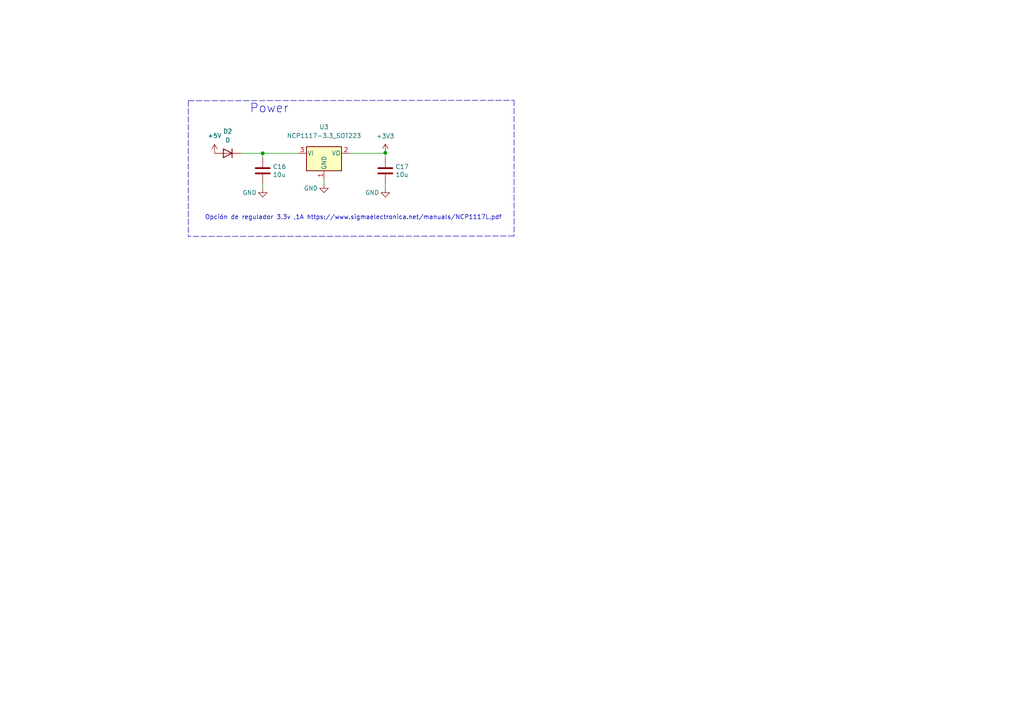
<source format=kicad_sch>
(kicad_sch (version 20211123) (generator eeschema)
  (paper "A4")
  (lib_symbols
    (symbol "Device:C" (pin_numbers hide) (pin_names (offset 0.254))
      (property "Reference" "C" (at 0.635 2.54 0))
      (property "Value" "C" (at 0.635 -2.54 0))
      (symbol "C_0_1"
        (polyline (pts (xy -2.032 -0.762) (xy 2.032 -0.762)) (stroke (width 0.508)))
        (polyline (pts (xy -2.032 0.762) (xy 2.032 0.762)) (stroke (width 0.508)))
      )
      (symbol "C_1_1"
        (pin passive line (at 0 3.81 270) (length 2.794) (name "~") (number "1"))
        (pin passive line (at 0 -3.81 90) (length 2.794) (name "~") (number "2"))
      )
    )
    (symbol "Device:D" (pin_numbers hide) (pin_names (offset 1.016) hide)
      (property "Reference" "D" (at 0 2.54 0))
      (property "Value" "D" (at 0 -2.54 0))
      (symbol "D_0_1"
        (polyline (pts (xy -1.27 1.27) (xy -1.27 -1.27)) (stroke (width 0.254)))
        (polyline (pts (xy 1.27 0) (xy -1.27 0)))
        (polyline (pts (xy 1.27 1.27) (xy 1.27 -1.27) (xy -1.27 0) (xy 1.27 1.27)) (stroke (width 0.254)))
      )
      (symbol "D_1_1"
        (pin passive line (at -3.81 0 0) (length 2.54) (name "K") (number "1"))
        (pin passive line (at 3.81 0 180) (length 2.54) (name "A") (number "2"))
      )
    )
    (symbol "Regulator_Linear:NCP1117-3.3_SOT223" (pin_names (offset 0.254))
      (property "Reference" "U" (at -3.81 3.175 0))
      (property "Value" "NCP1117-3.3_SOT223" (at 0 3.175 0))
      (symbol "NCP1117-3.3_SOT223_0_1"
        (rectangle (start -5.08 -5.08) (end 5.08 1.905) (stroke (width 0.254)) (fill (type background)))
      )
      (symbol "NCP1117-3.3_SOT223_1_1"
        (pin power_in line (at 0 -7.62 90) (length 2.54) (name "GND") (number "1"))
        (pin power_out line (at 7.62 0 180) (length 2.54) (name "VO") (number "2"))
        (pin power_in line (at -7.62 0 0) (length 2.54) (name "VI") (number "3"))
      )
    )
    (symbol "power:+3.3V" (power) (pin_names (offset 0))
      (property "Value" "+3.3V" (at 0 3.556 0))
      (symbol "+3.3V_0_1"
        (polyline (pts (xy -0.762 1.27) (xy 0 2.54)))
        (polyline (pts (xy 0 0) (xy 0 2.54)))
        (polyline (pts (xy 0 2.54) (xy 0.762 1.27)))
      )
      (symbol "+3.3V_1_1"
        (pin power_in line (at 0 0 90) (length 0) hide (name "+3V3") (number "1"))
      )
    )
    (symbol "power:+5V" (power) (pin_names (offset 0))
      (property "Value" "+5V" (at 0 3.556 0))
      (symbol "+5V_0_1"
        (polyline (pts (xy -0.762 1.27) (xy 0 2.54)))
        (polyline (pts (xy 0 0) (xy 0 2.54)))
        (polyline (pts (xy 0 2.54) (xy 0.762 1.27)))
      )
      (symbol "+5V_1_1"
        (pin power_in line (at 0 0 90) (length 0) hide (name "+5V") (number "1"))
      )
    )
    (symbol "power:GND" (power) (pin_names (offset 0))
      (property "Value" "GND" (at 0 -3.81 0))
      (symbol "GND_0_1"
        (polyline (pts (xy 0 0) (xy 0 -1.27) (xy 1.27 -1.27) (xy 0 -2.54) (xy -1.27 -1.27) (xy 0 -1.27)))
      )
      (symbol "GND_1_1"
        (pin power_in line (at 0 0 270) (length 0) hide (name "GND") (number "1"))
      )
    )
  )
  (junction (at 76.2 44.45))
  (junction (at 111.76 44.323))
  (wire (pts (xy 69.85 44.45) (xy 76.2 44.45)))
  (wire (pts (xy 93.98 52.07) (xy 93.98 53.34)))
  (polyline (pts (xy 54.61 29.21) (xy 54.61 68.58)))
  (polyline (pts (xy 149.098 29.083) (xy 149.098 68.453)))
  (wire (pts (xy 111.76 45.72) (xy 111.76 44.45)))
  (wire (pts (xy 111.76 53.34) (xy 111.76 54.61)))
  (wire (pts (xy 76.2 45.72) (xy 76.2 44.45)))
  (wire (pts (xy 76.2 53.34) (xy 76.2 54.61)))
  (wire (pts (xy 86.36 44.45) (xy 76.2 44.45)))
  (polyline (pts (xy 54.61 29.21) (xy 149.098 29.083)))
  (wire (pts (xy 101.6 44.45) (xy 111.76 44.45)))
  (polyline (pts (xy 149.098 68.453) (xy 54.61 68.58)))
  (text "Opción de regulador 3.3v ,1A https://www.sigmaelectronica.net/manuals/NCP1117L.pdf " (at 59.436 63.881 0) (effects (font (size 1.27 1.27)) (justify left bottom)))
  (text "Power" (at 72.39 33.02 0) (effects (font (size 2.54 2.54)) (justify left bottom)))
  (symbol (lib_id "power:GND") (at 76.2 54.61 0) (unit 1)
    (property "Reference" "#PWR021" (effects hide))
    (property "Value" "GND" (at 72.39 55.88 0))
  )
  (symbol (lib_id "power:GND") (at 93.98 53.34 0) (unit 1)
    (property "Reference" "#PWR022" (effects hide))
    (property "Value" "GND" (at 90.17 54.61 0))
  )
  (symbol (lib_id "Device:C") (at 76.2 49.53 0) (unit 1)
    (property "Reference" "C16" (at 79.121 48.3616 0) (effects (justify left)))
    (property "Value" "10u" (at 79.121 50.673 0) (effects (justify left)))
    (property "Footprint" "Capacitor_SMD:C_0805_2012Metric" (effects hide))
  )
  (symbol (lib_id "power:+3.3V") (at 111.76 44.323 0) (unit 1)
    (property "Reference" "#PWR0107" (effects hide))
    (property "Value" "+3.3V" (at 111.76 39.497 0))
  )
  (symbol (lib_id "power:+5V") (at 62.23 44.45 0) (unit 1)
    (property "Reference" "#PWR0106" (effects hide))
    (property "Value" "+5V" (at 62.23 39.37 0))
  )
  (symbol (lib_id "Device:D") (at 66.04 44.45 180) (unit 1)
    (property "Reference" "D2" (at 66.04 38.1 0))
    (property "Value" "D" (at 66.04 40.64 0))
    (property "Footprint" "Diode_SMD:D_0201_0603Metric" (effects hide))
  )
  (symbol (lib_id "Regulator_Linear:NCP1117-3.3_SOT223") (at 93.98 44.45 0) (unit 1)
    (property "Reference" "U3" (at 93.98 36.83 0))
    (property "Value" "NCP1117-3.3_SOT223" (at 93.98 39.37 0))
    (property "Footprint" "Package_TO_SOT_SMD:SOT-223-3_TabPin2" (effects hide))
    (property "Datasheet" "http://www.onsemi.com/pub_link/Collateral/NCP1117-D.PDF" (effects hide))
  )
  (symbol (lib_id "power:GND") (at 111.76 54.61 0) (unit 1)
    (property "Reference" "#PWR023" (effects hide))
    (property "Value" "GND" (at 107.95 55.88 0))
  )
  (symbol (lib_id "Device:C") (at 111.76 49.53 0) (unit 1)
    (property "Reference" "C17" (at 114.681 48.3616 0) (effects (justify left)))
    (property "Value" "10u" (at 114.681 50.673 0) (effects (justify left)))
    (property "Footprint" "Capacitor_SMD:C_0805_2012Metric" (effects hide))
  )
)
</source>
